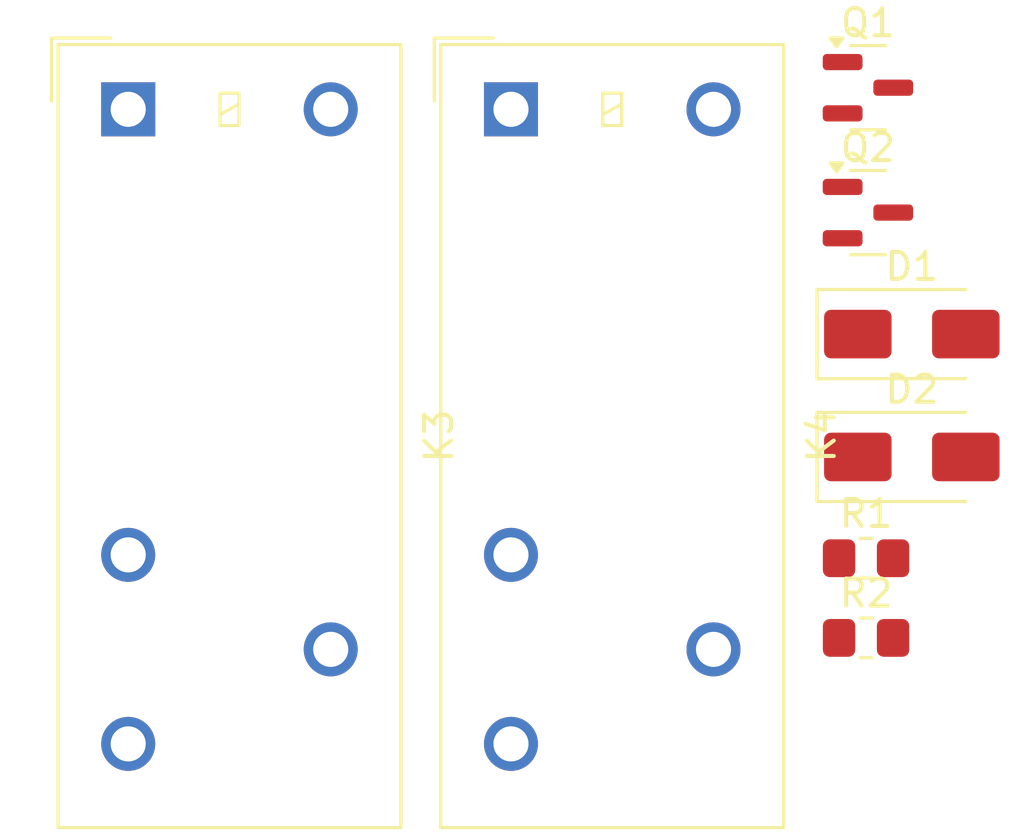
<source format=kicad_pcb>
(kicad_pcb (version 20241229) (generator "pcbnew") (generator_version "9.0")
  (layers (0 "F.Cu" signal) (2 "B.Cu" signal) (13 "F.Paste" user) (15 "B.Paste" user) (5 "F.SilkS" user "F.Silkscreen") (7 "B.SilkS" user "B.Silkscreen") (1 "F.Mask" user) (3 "B.Mask" user) (25 "Edge.Cuts" user))
  (net 0 "")
  (net 1 "Net-(D1-K)")
  (net 2 "GND")
  (net 3 "Net-(D2-K)")
  (net 5 "Net-(K3-Pad14)")
  (net 6 "/+12_Relay")
  (net 7 "Net-(K4-Pad14)")
  (net 9 "/CSO")
  (net 10 "+12V")
  (net 11 "/IMD_error")
  (footprint "Relay_THT:Relay_SPDT_Omron_G2RL-1" (layer "F.Cu") (at 94.3125 45.9625)
    (property "Reference" "K4" (at 11.5 12.1 90) (layer "F.SilkS"))
    (property "Value" "IMD_Relay")
    (fp_line (start -2.84 -2.64) (end -0.65 -2.64) (stroke (width 0.12)) (layer "F.SilkS"))
    (fp_line (start -2.84 -0.3) (end -2.84 -2.64) (stroke (width 0.12)) (layer "F.SilkS"))
    (fp_line (start -2.6 -2.4) (end -2.6 26.6) (stroke (width 0.12)) (layer "F.SilkS"))
    (fp_line (start -2.6 26.6) (end 10.1 26.6) (stroke (width 0.12)) (layer "F.SilkS"))
    (fp_line (start 3.4 -0.6) (end 3.4 0.6) (stroke (width 0.12)) (layer "F.SilkS"))
    (fp_line (start 3.4 0.2) (end 4.1 -0.2) (stroke (width 0.12)) (layer "F.SilkS"))
    (fp_line (start 3.4 0.6) (end 4.1 0.6) (stroke (width 0.12)) (layer "F.SilkS"))
    (fp_line (start 4.1 -0.6) (end 3.4 -0.6) (stroke (width 0.12)) (layer "F.SilkS"))
    (fp_line (start 4.1 0.6) (end 4.1 -0.6) (stroke (width 0.12)) (layer "F.SilkS"))
    (fp_line (start 10.1 -2.4) (end -2.6 -2.4) (stroke (width 0.12)) (layer "F.SilkS"))
    (fp_line (start 10.1 26.6) (end 10.1 -2.4) (stroke (width 0.12)) (layer "F.SilkS"))
    (pad "11" thru_hole circle (at 7.5 20) (size 2 2) (drill 1.3) (layers "*.Cu" "*.Mask") (net 5 "Net-(K3-Pad14)"))
    (pad "12" thru_hole circle (at 0 16.5) (size 2 2) (drill 1.3) (layers "*.Cu" "*.Mask"))
    (pad "14" thru_hole circle (at 0 23.5) (size 2 2) (drill 1.3) (layers "*.Cu" "*.Mask") (net 7 "Net-(K4-Pad14)"))
    (pad "A1" thru_hole rect (at 0 0) (size 2 2) (drill 1.3) (layers "*.Cu" "*.Mask") (net 3 "Net-(D2-K)"))
    (pad "A2" thru_hole circle (at 7.5 0) (size 2 2) (drill 1.3) (layers "*.Cu" "*.Mask") (net 2 "GND"))
  )
  (footprint "Resistor_SMD:R_0805_2012Metric_Pad1.20x1.40mm_HandSolder" (layer "F.Cu") (at 107.4625 65.5375)
    (property "Reference" "R2" (at 0 -1.65 0) (layer "F.SilkS"))
    (property "Value" "2.2K")
    (fp_line (start -0.227064 -0.735) (end 0.227064 -0.735) (stroke (width 0.12)) (layer "F.SilkS"))
    (fp_line (start -0.227064 0.735) (end 0.227064 0.735) (stroke (width 0.12)) (layer "F.SilkS"))
    (pad "1" smd roundrect (at -1 0) (size 1.2 1.4) (layers "F.Cu" "F.Mask" "F.Paste") (roundrect_rratio 0.208333) (net 11 "/IMD_error"))
    (pad "2" smd roundrect (at 1 0) (size 1.2 1.4) (layers "F.Cu" "F.Mask" "F.Paste") (roundrect_rratio 0.208333) (net 2 "GND"))
  )
  (footprint "Relay_THT:Relay_SPDT_Omron_G2RL-1" (layer "F.Cu") (at 80.1375 45.9625)
    (property "Reference" "K3" (at 11.5 12.1 90) (layer "F.SilkS"))
    (property "Value" "BMS_Relay")
    (fp_line (start -2.84 -2.64) (end -0.65 -2.64) (stroke (width 0.12)) (layer "F.SilkS"))
    (fp_line (start -2.84 -0.3) (end -2.84 -2.64) (stroke (width 0.12)) (layer "F.SilkS"))
    (fp_line (start -2.6 -2.4) (end -2.6 26.6) (stroke (width 0.12)) (layer "F.SilkS"))
    (fp_line (start -2.6 26.6) (end 10.1 26.6) (stroke (width 0.12)) (layer "F.SilkS"))
    (fp_line (start 3.4 -0.6) (end 3.4 0.6) (stroke (width 0.12)) (layer "F.SilkS"))
    (fp_line (start 3.4 0.2) (end 4.1 -0.2) (stroke (width 0.12)) (layer "F.SilkS"))
    (fp_line (start 3.4 0.6) (end 4.1 0.6) (stroke (width 0.12)) (layer "F.SilkS"))
    (fp_line (start 4.1 -0.6) (end 3.4 -0.6) (stroke (width 0.12)) (layer "F.SilkS"))
    (fp_line (start 4.1 0.6) (end 4.1 -0.6) (stroke (width 0.12)) (layer "F.SilkS"))
    (fp_line (start 10.1 -2.4) (end -2.6 -2.4) (stroke (width 0.12)) (layer "F.SilkS"))
    (fp_line (start 10.1 26.6) (end 10.1 -2.4) (stroke (width 0.12)) (layer "F.SilkS"))
    (pad "11" thru_hole circle (at 7.5 20) (size 2 2) (drill 1.3) (layers "*.Cu" "*.Mask") (net 6 "/+12_Relay"))
    (pad "12" thru_hole circle (at 0 16.5) (size 2 2) (drill 1.3) (layers "*.Cu" "*.Mask"))
    (pad "14" thru_hole circle (at 0 23.5) (size 2 2) (drill 1.3) (layers "*.Cu" "*.Mask") (net 5 "Net-(K3-Pad14)"))
    (pad "A1" thru_hole rect (at 0 0) (size 2 2) (drill 1.3) (layers "*.Cu" "*.Mask") (net 1 "Net-(D1-K)"))
    (pad "A2" thru_hole circle (at 7.5 0) (size 2 2) (drill 1.3) (layers "*.Cu" "*.Mask") (net 2 "GND"))
  )
  (footprint "Resistor_SMD:R_0805_2012Metric_Pad1.20x1.40mm_HandSolder" (layer "F.Cu") (at 107.4625 62.5875)
    (property "Reference" "R1" (at 0 -1.65 0) (layer "F.SilkS"))
    (property "Value" "1K")
    (fp_line (start -0.227064 -0.735) (end 0.227064 -0.735) (stroke (width 0.12)) (layer "F.SilkS"))
    (fp_line (start -0.227064 0.735) (end 0.227064 0.735) (stroke (width 0.12)) (layer "F.SilkS"))
    (pad "1" smd roundrect (at -1 0) (size 1.2 1.4) (layers "F.Cu" "F.Mask" "F.Paste") (roundrect_rratio 0.208333) (net 10 "+12V"))
    (pad "2" smd roundrect (at 1 0) (size 1.2 1.4) (layers "F.Cu" "F.Mask" "F.Paste") (roundrect_rratio 0.208333) (net 9 "/CSO"))
  )
  (footprint "Package_TO_SOT_SMD:SOT-23" (layer "F.Cu") (at 107.5325 45.1625)
    (property "Reference" "Q1" (at 0 -2.4 0) (layer "F.SilkS"))
    (property "Value" "PMOS")
    (fp_line (start 0 -1.56) (end -0.65 -1.56) (stroke (width 0.12)) (layer "F.SilkS"))
    (fp_line (start 0 -1.56) (end 0.65 -1.56) (stroke (width 0.12)) (layer "F.SilkS"))
    (fp_line (start 0 1.56) (end -0.65 1.56) (stroke (width 0.12)) (layer "F.SilkS"))
    (fp_line (start 0 1.56) (end 0.65 1.56) (stroke (width 0.12)) (layer "F.SilkS"))
    (fp_poly (pts (xy -1.1625 -1.51) (xy -1.4025 -1.84) (xy -0.9225 -1.84) (xy -1.1625 -1.51)) (stroke (width 0.12)) (fill yes) (layer "F.SilkS"))
    (pad "1" smd roundrect (at -0.9375 -0.95) (size 1.475 0.6) (layers "F.Cu" "F.Mask" "F.Paste") (net 1 "Net-(D1-K)"))
    (pad "2" smd roundrect (at -0.9375 0.95) (size 1.475 0.6) (layers "F.Cu" "F.Mask" "F.Paste") (net 9 "/CSO"))
    (pad "3" smd roundrect (at 0.9375 0) (size 1.475 0.6) (layers "F.Cu" "F.Mask" "F.Paste") (net 10 "+12V"))
  )
  (footprint "Package_TO_SOT_SMD:SOT-23" (layer "F.Cu") (at 107.5325 49.7875)
    (property "Reference" "Q2" (at 0 -2.4 0) (layer "F.SilkS"))
    (property "Value" "PMOS")
    (fp_line (start 0 -1.56) (end -0.65 -1.56) (stroke (width 0.12)) (layer "F.SilkS"))
    (fp_line (start 0 -1.56) (end 0.65 -1.56) (stroke (width 0.12)) (layer "F.SilkS"))
    (fp_line (start 0 1.56) (end -0.65 1.56) (stroke (width 0.12)) (layer "F.SilkS"))
    (fp_line (start 0 1.56) (end 0.65 1.56) (stroke (width 0.12)) (layer "F.SilkS"))
    (fp_poly (pts (xy -1.1625 -1.51) (xy -1.4025 -1.84) (xy -0.9225 -1.84) (xy -1.1625 -1.51)) (stroke (width 0.12)) (fill yes) (layer "F.SilkS"))
    (pad "1" smd roundrect (at -0.9375 -0.95) (size 1.475 0.6) (layers "F.Cu" "F.Mask" "F.Paste") (net 3 "Net-(D2-K)"))
    (pad "2" smd roundrect (at -0.9375 0.95) (size 1.475 0.6) (layers "F.Cu" "F.Mask" "F.Paste") (net 11 "/IMD_error"))
    (pad "3" smd roundrect (at 0.9375 0) (size 1.475 0.6) (layers "F.Cu" "F.Mask" "F.Paste") (net 10 "+12V"))
  )
  (footprint "Diode_SMD:D_SMA" (layer "F.Cu") (at 109.1575 58.8375)
    (property "Reference" "D2" (at 0 -2.5 0) (layer "F.SilkS"))
    (property "Value" "D_Schottky")
    (fp_line (start -3.51 -1.65) (end -3.51 1.65) (stroke (width 0.12)) (layer "F.SilkS"))
    (fp_line (start -3.51 -1.65) (end 2 -1.65) (stroke (width 0.12)) (layer "F.SilkS"))
    (fp_line (start -3.51 1.65) (end 2 1.65) (stroke (width 0.12)) (layer "F.SilkS"))
    (pad "1" smd roundrect (at -2 0) (size 2.5 1.8) (layers "F.Cu" "F.Mask" "F.Paste") (roundrect_rratio 0.1388888889) (net 3 "Net-(D2-K)"))
    (pad "2" smd roundrect (at 2 0) (size 2.5 1.8) (layers "F.Cu" "F.Mask" "F.Paste") (roundrect_rratio 0.1388888889) (net 2 "GND"))
  )
  (footprint "Diode_SMD:D_SMA" (layer "F.Cu") (at 109.1575 54.2875)
    (property "Reference" "D1" (at 0 -2.5 0) (layer "F.SilkS"))
    (property "Value" "D_Schottky")
    (fp_line (start -3.51 -1.65) (end -3.51 1.65) (stroke (width 0.12)) (layer "F.SilkS"))
    (fp_line (start -3.51 -1.65) (end 2 -1.65) (stroke (width 0.12)) (layer "F.SilkS"))
    (fp_line (start -3.51 1.65) (end 2 1.65) (stroke (width 0.12)) (layer "F.SilkS"))
    (pad "1" smd roundrect (at -2 0) (size 2.5 1.8) (layers "F.Cu" "F.Mask" "F.Paste") (roundrect_rratio 0.1388888889) (net 1 "Net-(D1-K)"))
    (pad "2" smd roundrect (at 2 0) (size 2.5 1.8) (layers "F.Cu" "F.Mask" "F.Paste") (roundrect_rratio 0.1388888889) (net 2 "GND"))
  )
)
</source>
